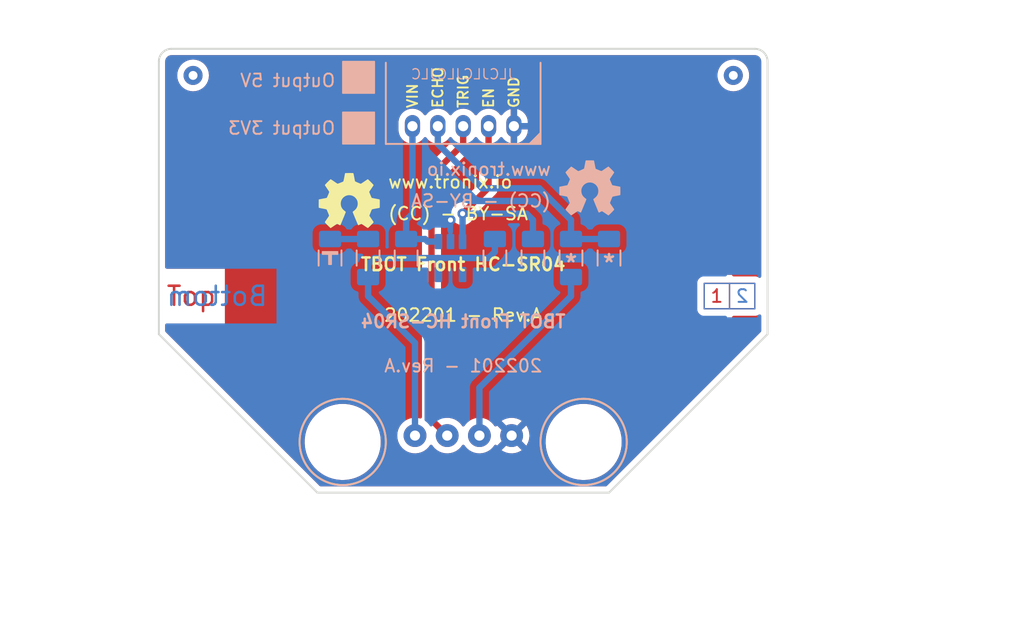
<source format=kicad_pcb>
(kicad_pcb (version 20211014) (generator pcbnew)
  (title_block (title "TBOT - Front HC-SR04") (date "01/2022") (rev "A"))
  (layers (0 "F.Cu" signal) (31 "B.Cu" signal) (34 "B.Paste" user) (35 "F.Paste" user) (36 "B.SilkS" user "B.Silkscreen") (37 "F.SilkS" user "F.Silkscreen") (38 "B.Mask" user) (39 "F.Mask" user) (44 "Edge.Cuts" user))
  (net 0 "")
  (net 1 "GND")
  (net 2 "VCC")
  (net 3 "HC_ECHO")
  (net 4 "VIN")
  (net 5 "Net-(LED1-Pad2)")
  (net 6 "MCU_ECHO")
  (net 7 "MCU_ENABLE")
  (net 8 "MCU_TRIGGER")
  (footprint "tronixio:OSHW-5MM" (layer "F.Cu") (at 115 77)
    (fp_text reference "GT" hide)
    (fp_text value "LOGO" hide)
    (fp_poly (pts (xy 0.112503 -2.205305) (xy 0.188585 -2.204991) (xy 0.245175 -2.204139) (xy 0.285349 -2.202485) (xy 0.312183 -2.19976) (xy 0.328754 -2.195697) (xy 0.338137 -2.190029) (xy 0.343407 -2.182489) (xy 0.346067 -2.176502) (xy 0.351819 -2.155872) (xy 0.361219 -2.114019) (xy 0.373445 -2.054971) (xy 0.387673 -1.982754) (xy 0.403082 -1.901397) (xy 0.410766 -1.859685) (xy 0.426304 -1.776128) (xy 0.440921 -1.700487) (xy 0.453831 -1.636607) (xy 0.464245 -1.58833) (xy 0.471376 -1.559501) (xy 0.473495 -1.553524) (xy 0.487624 -1.543829) (xy 0.520987 -1.52669) (xy 0.568967 -1.504087) (xy 0.626948 -1.477998) (xy 0.690314 -1.450405) (xy 0.754449 -1.423285) (xy 0.814737 -1.398618) (xy 0.866561 -1.378383) (xy 0.905305 -1.36456) (xy 0.926354 -1.359128) (xy 0.92691 -1.359112) (xy 0.941518 -1.366107) (xy 0.97411 -1.385773) (xy 1.021624 -1.416127) (xy 1.080997 -1.455189) (xy 1.149167 -1.500978) (xy 1.204337 -1.538617) (xy 1.276991 -1.58813) (xy 1.343025 -1.632413) (xy 1.399403 -1.669487) (xy 1.443088 -1.697374) (xy 1.471043 -1.714097) (xy 1.47988 -1.718122) (xy 1.493641 -1.709282) (xy 1.521915 -1.684807) (xy 1.561669 -1.647768) (xy 1.609873 -1.601234) (xy 1.663495 -1.548276) (xy 1.719505 -1.491962) (xy 1.774871 -1.435363) (xy 1.826562 -1.381549) (xy 1.871548 -1.33359) (xy 1.906797 -1.294555) (xy 1.929278 -1.267514) (xy 1.936093 -1.256075) (xy 1.930212 -1.239792) (xy 1.912193 -1.207543) (xy 1.881475 -1.158462) (xy 1.837495 -1.091686) (xy 1.779689 -1.00635) (xy 1.707495 -0.901591) (xy 1.671879 -0.850344) (xy 1.638824 -0.80126) (xy 1.612148 -0.758563) (xy 1.594893 -0.727324) (xy 1.589904 -0.713655) (xy 1.594754 -0.697334) (xy 1.608013 -0.662128) (xy 1.62775 -0.612617) (xy 1.652031 -0.55338) (xy 1.678922 -0.488996) (xy 1.706491 -0.424047) (xy 1.732803 -0.363111) (xy 1.755927 -0.310768) (xy 1.773928 -0.271598) (xy 1.784874 -0.25018) (xy 1.786526 -0.247868) (xy 1.800495 -0.243726) (xy 1.836105 -0.235699) (xy 1.889773 -0.224522) (xy 1.957915 -0.210929) (xy 2.036948 -0.195656) (xy 2.090365 -0.185568) (xy 2.175183 -0.169544) (xy 2.252099 -0.15474) (xy 2.317349 -0.141901) (xy 2.367173 -0.131773) (xy 2.397809 -0.125104) (xy 2.405431 -0.123066) (xy 2.411063 -0.116814) (xy 2.415426 -0.101095) (xy 2.418668 -0.073197) (xy 2.420933 -0.030409) (xy 2.422366 0.02998) (xy 2.423114 0.110684) (xy 2.423321 0.210293) (xy 2.423202 0.310587) (xy 2.422711 0.388201) (xy 2.421649 0.446096) (xy 2.419816 0.487237) (xy 2.417013 0.514584) (xy 2.41304 0.531101) (xy 2.407697 0.53975) (xy 2.400883 0.543466) (xy 2.378661 0.548625) (xy 2.338314 0.556746) (xy 2.286985 0.566415) (xy 2.263049 0.570744) (xy 2.127407 0.595376) (xy 2.016332 0.616479) (xy 1.929018 0.634225) (xy 1.864656 0.64879) (xy 1.82244 0.660347) (xy 1.801562 0.66907) (xy 1.79987 0.670496) (xy 1.791465 0.686078) (xy 1.775685 0.720992) (xy 1.754362 0.770707) (xy 1.729327 0.830694) (xy 1.702414 0.896422) (xy 1.675454 0.96336) (xy 1.650281 1.026979) (xy 1.628726 1.082748) (xy 1.612622 1.126137) (xy 1.603801 1.152615) (xy 1.602692 1.157988) (xy 1.610028 1.172767) (xy 1.63143 1.207108) (xy 1.666036 1.259722) (xy 1.712983 1.329322) (xy 1.771408 1.414621) (xy 1.840447 1.51433) (xy 1.867654 1.553391) (xy 1.897811 1.599113) (xy 1.921185 1.639288) (xy 1.934376 1.667841) (xy 1.936093 1.675677) (xy 1.927103 1.692014) (xy 1.901418 1.723855) (xy 1.860965 1.769075) (xy 1.807672 1.82555) (xy 1.743466 1.891154) (xy 1.71296 1.921664) (xy 1.643302 1.990709) (xy 1.589314 2.043494) (xy 1.548612 2.081971) (xy 1.518813 2.108091) (xy 1.497532 2.123805) (xy 1.482386 2.131066) (xy 1.470991 2.131825) (xy 1.460964 2.128033) (xy 1.460917 2.128008) (xy 1.441892 2.116253) (xy 1.405419 2.09234) (xy 1.355138 2.058707) (xy 1.294686 2.017792) (xy 1.227702 1.972033) (xy 1.210483 1.960205) (xy 1.143557 1.914694) (xy 1.083189 1.874607) (xy 1.032748 1.842104) (xy 0.995605 1.819344) (xy 0.975129 1.808488) (xy 0.972784 1.807875) (xy 0.955044 1.813477) (xy 0.920428 1.82855) (xy 0.874685 1.850498) (xy 0.843591 1.866246) (xy 0.794692 1.890329) (xy 0.754091 1.908142) (xy 0.727189 1.917434) (xy 0.719661 1.917874) (xy 0.71184 1.904564) (xy 0.695873 1.87093) (xy 0.673276 1.820398) (xy 0.645566 1.756397) (xy 0.614262 1.682354) (xy 0.595951 1.638326) (xy 0.555205 1.539832) (xy 0.509885 1.430374) (xy 0.463588 1.318629) (xy 0.419909 1.213275) (xy 0.382617 1.123407) (xy 0.352192 1.049365) (xy 0.325466 0.982847) (xy 0.303922 0.927668) (xy 0.289044 0.887646) (xy 0.282318 0.866596) (xy 0.28208 0.86489) (xy 0.291868 0.850064) (xy 0.317767 0.825757) (xy 0.354572 0.796754) (xy 0.362216 0.791216) (xy 0.47362 0.699405) (xy 0.560778 0.600114) (xy 0.624272 0.492284) (xy 0.664684 0.374854) (xy 0.682594 0.246763) (xy 0.683668 0.205149) (xy 0.672966 0.079705) (xy 0.639876 -0.035509) (xy 0.583362 -0.143051) (xy 0.502387 -0.245478) (xy 0.500128 -0.247901) (xy 0.404266 -0.332655) (xy 0.297367 -0.395917) (xy 0.182586 -0.437559) (xy 0.063074 -0.45745) (xy -0.058015 -0.455461) (xy -0.177529 -0.431461) (xy -0.292317 -0.38532) (xy -0.399224 -0.316909) (xy -0.435557 -0.286461) (xy -0.524789 -0.19034) (xy -0.590858 -0.083248) (xy -0.63358 0.034398) (xy -0.65277 0.162186) (xy -0.653912 0.203806) (xy -0.64477 0.331905) (xy -0.616397 0.446756) (xy -0.567372 0.551025) (xy -0.496276 0.647379) (xy -0.401689 0.738486) (xy -0.345898 0.782346) (xy -0.305473 0.814275) (xy -0.274554 0.84243) (xy -0.257973 0.862253) (xy -0.256436 0.866724) (xy -0.261189 0.882472) (xy -0.274692 0.919019) (xy -0.295811 0.973504) (xy -0.323413 1.043065) (xy -0.356365 1.124837) (xy -0.393532 1.21596) (xy -0.424781 1.291835) (xy -0.466473 1.392714) (xy -0.506757 1.490316) (xy -0.54414 1.581016) (xy -0.57713 1.661187) (xy -0.604234 1.727202) (xy -0.623959 1.775436) (xy -0.631922 1.795053) (xy -0.656173 1.85428) (xy -0.675445 1.89208) (xy -0.695005 1.910535) (xy -0.720119 1.911726) (xy -0.756055 1.897735) (xy -0.80808 1.870643) (xy -0.814523 1.867212) (xy -0.863833 1.841835) (xy -0.905672 1.821875) (xy -0.934272 1.810004) (xy -0.942679 1.807875) (xy -0.957624 1.814831) (xy -0.990452 1.834339) (xy -1.037961 1.864353) (xy -1.096948 1.902829) (xy -1.164211 1.947723) (xy -1.20379 1.974558) (xy -1.273782 2.022017) (xy -1.336742 2.064219) (xy -1.389581 2.099132) (xy -1.429212 2.124728) (xy -1.452547 2.138976) (xy -1.457362 2.141242) (xy -1.468597 2.132572) (xy -1.495354 2.108206) (xy -1.53505 2.070611) (xy -1.585104 2.022252) (xy -1.642932 1.965596) (xy -1.688443 1.920545) (xy -1.754363 1.854061) (xy -1.811428 1.794627) (xy -1.857492 1.744605) (xy -1.890411 1.706358) (xy -1.908038 1.682247) (xy -1.910449 1.676115) (xy -1.903342 1.656709) (xy -1.88402 1.621725) (xy -1.855484 1.576225) (xy -1.822794 1.528185) (xy -1.761853 1.44109) (xy -1.706889 1.361082) (xy -1.659529 1.29063) (xy -1.621397 1.232204) (xy -1.594118 1.188276) (xy -1.579316 1.161316) (xy -1.577082 1.154608) (xy -1.581837 1.136716) (xy -1.594857 1.099854) (xy -1.614275 1.048609) (xy -1.638222 0.987568) (xy -1.664831 0.921316) (xy -1.692235 0.854442) (xy -1.718566 0.791531) (xy -1.741957 0.737171) (xy -1.76054 0.695948) (xy -1.772447 0.672449) (xy -1.774702 0.66925) (xy -1.791569 0.66222) (xy -1.829891 0.651729) (xy -1.885847 0.638647) (xy -1.955617 0.623842) (xy -2.035381 0.608183) (xy -2.07828 0.60022) (xy -2.161621 0.584627) (xy -2.236906 0.569745) (xy -2.300315 0.556391) (xy -2.348033 0.545387) (xy -2.37624 0.537551) (xy -2.381867 0.535051) (xy -2.387099 0.524908) (xy -2.390991 0.502231) (xy -2.393638 0.46456) (xy -2.395134 0.409435) (xy -2.395573 0.334397) (xy -2.39505 0.236985) (xy -2.394689 0.200194) (xy -2.391267 -0.121807) (xy -2.282282 -0.143659) (xy -2.229898 -0.153965) (xy -2.160108 -0.167419) (xy -2.080727 -0.182526) (xy -1.999569 -0.197795) (xy -1.970053 -0.203298) (xy -1.900658 -0.216734) (xy -1.840162 -0.229455) (xy -1.793065 -0.240437) (xy -1.763866 -0.248652) (xy -1.756665 -0.251967) (xy -1.746988 -0.268752) (xy -1.729936 -0.304533) (xy -1.707477 -0.354612) (xy -1.681582 -0.414291) (xy -1.654218 -0.478872) (xy -1.627353 -0.543658) (xy -1.602957 -0.60395) (xy -1.582998 -0.65505) (xy -1.569445 -0.692261) (xy -1.564266 -0.710885) (xy -1.564261 -0.711124) (xy -1.571273 -0.727773) (xy -1.590937 -0.762151) (xy -1.621195 -0.810982) (xy -1.659988 -0.870991) (xy -1.705259 -0.938901) (xy -1.732615 -0.979077) (xy -1.780965 -1.050145) (xy -1.82446 -1.115201) (xy -1.860949 -1.170937) (xy -1.888284 -1.214046) (xy -1.904314 -1.24122) (xy -1.907531 -1.248169) (xy -1.904717 -1.261112) (xy -1.890381 -1.283286) (xy -1.863069 -1.316351) (xy -1.821325 -1.361969) (xy -1.763692 -1.421801) (xy -1.691232 -1.494988) (xy -1.628982 -1.55669) (xy -1.572135 -1.611849) (xy -1.523344 -1.657988) (xy -1.485263 -1.692627) (xy -1.460542 -1.713289) (xy -1.452414 -1.718122) (xy -1.437782 -1.711105) (xy -1.405251 -1.6914) (xy -1.357928 -1.661025) (xy -1.298923 -1.621998) (xy -1.231343 -1.576338) (xy -1.183018 -1.543181) (xy -1.111112 -1.493886) (xy -1.04544 -1.44951) (xy -0.989183 -1.41215) (xy -0.945519 -1.383901) (xy -0.917627 -1.36686) (xy -0.90944 -1.362781) (xy -0.891885 -1.365776) (xy -0.855505 -1.377082) (xy -0.805012 -1.394838) (xy -0.745121 -1.417183) (xy -0.680546 -1.442257) (xy -0.616001 -1.468199) (xy -0.5562 -1.493147) (xy -0.505857 -1.515243) (xy -0.469686 -1.532623) (xy -0.45278 -1.543038) (xy -0.446293 -1.559308) (xy -0.436108 -1.597206) (xy -0.423041 -1.653118) (xy -0.407909 -1.723429) (xy -0.391528 -1.804525) (xy -0.378917 -1.870225) (xy -0.362481 -1.956759) (xy -0.347254 -2.035011) (xy -0.333961 -2.101421) (xy -0.323321 -2.152432) (xy -0.316058 -2.184486) (xy -0.31324 -2.193976) (xy -0.299005 -2.197095) (xy -0.262664 -2.199887) (xy -0.207755 -2.20223) (xy -0.137813 -2.204) (xy -0.056376 -2.205075) (xy 0.013853 -2.205351)) (layer "F.SilkS") (width 0) (fill solid))
  )
  (footprint "tronixio:zzHC-SR04" (layer "F.Cu") (at 124 76)
    (fp_text reference "HC1")
    (fp_text value "HC-SR04")
    (pad "MP" thru_hole circle locked (at -21.3 -8.9) (size 1.5 1.5) (drill 0.7) (layers *.Cu *.Mask))
    (pad "MP" thru_hole circle locked (at 21.3 -8.9) (size 1.5 1.5) (drill 0.7) (layers *.Cu *.Mask))
  )
  (footprint "tronixio:zzSAMTEC-SSW-104-02-T-S-RA" (layer "F.Cu") (at 120.2 95.5)
    (fp_text reference "K1")
    (fp_text value "HC-SR04")
    (pad "1" thru_hole circle locked (at 0 0) (size 1.8 1.8) (drill 0.8) (layers *.Cu *.Mask) (net 2 "VCC"))
    (pad "2" thru_hole circle locked (at 2.54 0) (size 1.8 1.8) (drill 0.8) (layers *.Cu *.Mask) (net 8 "MCU_TRIGGER"))
    (pad "3" thru_hole circle locked (at 5.08 0) (size 1.8 1.8) (drill 0.8) (layers *.Cu *.Mask) (net 3 "HC_ECHO"))
    (pad "4" thru_hole circle locked (at 7.62 0) (size 1.8 1.8) (drill 0.8) (layers *.Cu *.Mask) (net 1 "GND"))
  )
  (footprint "tronixio:M3-MASK" (layer "B.Cu") (at 114.5 96 180)
    (fp_text reference "H2" hide)
    (fp_text value "MOUNTING-HOLE-MASK-3MM" hide)
    (fp_circle (center 0 0) (end 3.4 0) (layer "B.SilkS") (width 0.15) (fill none))
    (fp_circle (center 0 0) (end 3.4 0) (layer "F.SilkS") (width 0.15) (fill none))
    (pad "" np_thru_hole circle (at 0 0 180) (size 3 3) (drill 3) (layers F&B.Cu *.Mask) (clearance 1.5))
  )
  (footprint "tronixio:CAPACITOR-1206" (layer "B.Cu") (at 126.5 81.5 -90)
    (fp_text reference "C2")
    (fp_text value "1µ")
    (fp_line (start -0.6 0.9) (end 0.6 0.9) (layer "B.SilkS") (width 0.15))
    (fp_line (start -0.6 -0.9) (end 0.6 -0.9) (layer "B.SilkS") (width 0.15))
    (pad "1" smd roundrect (at -1.5 0 270) (size 1.3 1.75) (layers "B.Cu" "B.Paste" "B.Mask") (roundrect_rratio 0.15) (net 2 "VCC"))
    (pad "2" smd roundrect (at 1.5 0 270) (size 1.3 1.75) (layers "B.Cu" "B.Paste" "B.Mask") (roundrect_rratio 0.15) (net 1 "GND"))
  )
  (footprint "tronixio:LED-1206" (layer "B.Cu") (at 113.5 81.5 90)
    (fp_text reference "LED1")
    (fp_text value "Power")
    (fp_line (start -0.6 -0.9) (end 0.6 -0.9) (layer "B.SilkS") (width 0.15))
    (fp_line (start -0.6 0.9) (end 0.6 0.9) (layer "B.SilkS") (width 0.15))
    (fp_poly (pts (xy 0.5 -0.6) (xy 0.3 -0.6) (xy 0.3 -0.1) (xy -0.5 -0.1) (xy -0.5 0.1) (xy 0.3 0.1) (xy 0.3 0.6) (xy 0.5 0.6)) (layer "B.SilkS") (width 0.1) (fill solid))
    (pad "1" smd roundrect (at -1.5 0 90) (size 1.3 1.75) (layers "B.Cu" "B.Paste" "B.Mask") (roundrect_rratio 0.15) (net 1 "GND"))
    (pad "2" smd roundrect (at 1.5 0 90) (size 1.3 1.75) (layers "B.Cu" "B.Paste" "B.Mask") (roundrect_rratio 0.15) (net 5 "Net-(LED1-Pad2)"))
  )
  (footprint "tronixio:SOT-23-5" (layer "B.Cu") (at 123 81.5 -90)
    (fp_text reference "IC1")
    (fp_text value "MCP1755")
    (pad "1" smd roundrect locked (at -1.3 0.95 270) (size 1.2 0.6) (layers "B.Cu" "B.Paste" "B.Mask") (roundrect_rratio 0.15) (net 4 "VIN"))
    (pad "2" smd roundrect locked (at -1.3 0 270) (size 1.2 0.6) (layers "B.Cu" "B.Paste" "B.Mask") (roundrect_rratio 0.15) (net 1 "GND"))
    (pad "3" smd roundrect locked (at -1.3 -0.95 270) (size 1.2 0.6) (layers "B.Cu" "B.Paste" "B.Mask") (roundrect_rratio 0.15) (net 7 "MCU_ENABLE"))
    (pad "4" smd roundrect locked (at 1.3 -0.95 270) (size 1.2 0.6) (layers "B.Cu" "B.Paste" "B.Mask") (roundrect_rratio 0.15))
    (pad "5" smd roundrect locked (at 1.3 0.95 270) (size 1.2 0.6) (layers "B.Cu" "B.Paste" "B.Mask") (roundrect_rratio 0.15) (net 2 "VCC"))
  )
  (footprint "tronixio:RESISTOR-1206" (layer "B.Cu") (at 135.5 81.5 -90)
    (fp_text reference "R4")
    (fp_text value "NP")
    (fp_line (start -0.6 0.9) (end 0.6 0.9) (layer "B.SilkS") (width 0.15))
    (fp_line (start -0.6 -0.9) (end 0.6 -0.9) (layer "B.SilkS") (width 0.15))
    (pad "1" smd roundrect (at -1.5 0 270) (size 1.3 1.75) (layers "B.Cu" "B.Paste" "B.Mask") (roundrect_rratio 0.15) (net 6 "MCU_ECHO"))
    (pad "2" smd roundrect (at 1.5 0 270) (size 1.3 1.75) (layers "B.Cu" "B.Paste" "B.Mask") (roundrect_rratio 0.15) (net 1 "GND"))
  )
  (footprint "tronixio:CAPACITOR-1206" (layer "B.Cu") (at 119.5 81.5 -90)
    (fp_text reference "C1")
    (fp_text value "1µ")
    (fp_line (start -0.6 0.9) (end 0.6 0.9) (layer "B.SilkS") (width 0.15))
    (fp_line (start -0.6 -0.9) (end 0.6 -0.9) (layer "B.SilkS") (width 0.15))
    (pad "1" smd roundrect (at -1.5 0 270) (size 1.3 1.75) (layers "B.Cu" "B.Paste" "B.Mask") (roundrect_rratio 0.15) (net 4 "VIN"))
    (pad "2" smd roundrect (at 1.5 0 270) (size 1.3 1.75) (layers "B.Cu" "B.Paste" "B.Mask") (roundrect_rratio 0.15) (net 1 "GND"))
  )
  (footprint "tronixio:M3-MASK" (layer "B.Cu") (at 133.5 96 90)
    (fp_text reference "H1" hide)
    (fp_text value "MOUNTING-HOLE-MASK-3MM" hide)
    (fp_circle (center 0 0) (end 3.4 0) (layer "B.SilkS") (width 0.15) (fill none))
    (fp_circle (center 0 0) (end 3.4 0) (layer "F.SilkS") (width 0.15) (fill none))
    (pad "" np_thru_hole circle (at 0 0 90) (size 3 3) (drill 3) (layers F&B.Cu *.Mask) (clearance 1.5))
  )
  (footprint "tronixio:RESISTOR-1206" (layer "B.Cu") (at 129.5 81.5 -90)
    (fp_text reference "R1")
    (fp_text value "100K")
    (fp_line (start -0.6 0.9) (end 0.6 0.9) (layer "B.SilkS") (width 0.15))
    (fp_line (start -0.6 -0.9) (end 0.6 -0.9) (layer "B.SilkS") (width 0.15))
    (pad "1" smd roundrect (at -1.5 0 270) (size 1.3 1.75) (layers "B.Cu" "B.Paste" "B.Mask") (roundrect_rratio 0.15) (net 7 "MCU_ENABLE"))
    (pad "2" smd roundrect (at 1.5 0 270) (size 1.3 1.75) (layers "B.Cu" "B.Paste" "B.Mask") (roundrect_rratio 0.15) (net 1 "GND"))
  )
  (footprint "tronixio:RESISTOR-1206" (layer "B.Cu") (at 132.5 81.5 90)
    (fp_text reference "R3")
    (fp_text value "0Ω")
    (fp_line (start -0.6 0.9) (end 0.6 0.9) (layer "B.SilkS") (width 0.15))
    (fp_line (start -0.6 -0.9) (end 0.6 -0.9) (layer "B.SilkS") (width 0.15))
    (pad "1" smd roundrect (at -1.5 0 90) (size 1.3 1.75) (layers "B.Cu" "B.Paste" "B.Mask") (roundrect_rratio 0.15) (net 3 "HC_ECHO"))
    (pad "2" smd roundrect (at 1.5 0 90) (size 1.3 1.75) (layers "B.Cu" "B.Paste" "B.Mask") (roundrect_rratio 0.15) (net 6 "MCU_ECHO"))
  )
  (footprint "tronixio:RESISTOR-1206" (layer "B.Cu") (at 116.5 81.5 90)
    (fp_text reference "R2")
    (fp_text value "4K7")
    (fp_line (start -0.6 -0.9) (end 0.6 -0.9) (layer "B.SilkS") (width 0.15))
    (fp_line (start -0.6 0.9) (end 0.6 0.9) (layer "B.SilkS") (width 0.15))
    (pad "1" smd roundrect (at -1.5 0 90) (size 1.3 1.75) (layers "B.Cu" "B.Paste" "B.Mask") (roundrect_rratio 0.15) (net 2 "VCC"))
    (pad "2" smd roundrect (at 1.5 0 90) (size 1.3 1.75) (layers "B.Cu" "B.Paste" "B.Mask") (roundrect_rratio 0.15) (net 5 "Net-(LED1-Pad2)"))
  )
  (footprint "tronixio:MOLEX-532540570" (layer "B.Cu") (at 128 71.1 180)
    (fp_text reference "K2")
    (fp_text value "MCU")
    (fp_line (start 10.1 -1.4) (end 10.1 5) (layer "B.SilkS") (width 0.15))
    (fp_line (start -2.1 5) (end -2.1 -1.4) (layer "B.SilkS") (width 0.15))
    (fp_line (start -2.1 -1.4) (end 10.1 -1.4) (layer "B.SilkS") (width 0.15))
    (fp_poly (pts (xy -2.1 -0.5) (xy -1.2 -1.4) (xy -2.1 -1.4)) (layer "B.SilkS") (width 0.1) (fill solid))
    (pad "1" thru_hole oval locked (at 0 0 180) (size 1.2 1.75) (drill 0.8) (layers *.Cu *.Mask) (net 1 "GND"))
    (pad "2" thru_hole oval locked (at 2 0 180) (size 1.2 1.75) (drill 0.8) (layers *.Cu *.Mask) (net 7 "MCU_ENABLE"))
    (pad "3" thru_hole oval locked (at 4 0 180) (size 1.2 1.75) (drill 0.8) (layers *.Cu *.Mask) (net 8 "MCU_TRIGGER"))
    (pad "4" thru_hole oval locked (at 6 0 180) (size 1.2 1.75) (drill 0.8) (layers *.Cu *.Mask) (net 6 "MCU_ECHO"))
    (pad "5" thru_hole oval locked (at 8 0 180) (size 1.2 1.75) (drill 0.8) (layers *.Cu *.Mask) (net 4 "VIN"))
  )
  (footprint "tronixio:OSHW-5MM" (layer "B.Cu") (at 134 76 180)
    (fp_text reference "GB" hide)
    (fp_text value "LOGO" hide)
    (fp_poly (pts (xy 0.112503 2.205305) (xy 0.188585 2.204991) (xy 0.245175 2.204139) (xy 0.285349 2.202485) (xy 0.312183 2.19976) (xy 0.328754 2.195697) (xy 0.338137 2.190029) (xy 0.343407 2.182489) (xy 0.346067 2.176502) (xy 0.351819 2.155872) (xy 0.361219 2.114019) (xy 0.373445 2.054971) (xy 0.387673 1.982754) (xy 0.403082 1.901397) (xy 0.410766 1.859685) (xy 0.426304 1.776128) (xy 0.440921 1.700487) (xy 0.453831 1.636607) (xy 0.464245 1.58833) (xy 0.471376 1.559501) (xy 0.473495 1.553524) (xy 0.487624 1.543829) (xy 0.520987 1.52669) (xy 0.568967 1.504087) (xy 0.626948 1.477998) (xy 0.690314 1.450405) (xy 0.754449 1.423285) (xy 0.814737 1.398618) (xy 0.866561 1.378383) (xy 0.905305 1.36456) (xy 0.926354 1.359128) (xy 0.92691 1.359112) (xy 0.941518 1.366107) (xy 0.97411 1.385773) (xy 1.021624 1.416127) (xy 1.080997 1.455189) (xy 1.149167 1.500978) (xy 1.204337 1.538617) (xy 1.276991 1.58813) (xy 1.343025 1.632413) (xy 1.399403 1.669487) (xy 1.443088 1.697374) (xy 1.471043 1.714097) (xy 1.47988 1.718122) (xy 1.493641 1.709282) (xy 1.521915 1.684807) (xy 1.561669 1.647768) (xy 1.609873 1.601234) (xy 1.663495 1.548276) (xy 1.719505 1.491962) (xy 1.774871 1.435363) (xy 1.826562 1.381549) (xy 1.871548 1.33359) (xy 1.906797 1.294555) (xy 1.929278 1.267514) (xy 1.936093 1.256075) (xy 1.930212 1.239792) (xy 1.912193 1.207543) (xy 1.881475 1.158462) (xy 1.837495 1.091686) (xy 1.779689 1.00635) (xy 1.707495 0.901591) (xy 1.671879 0.850344) (xy 1.638824 0.80126) (xy 1.612148 0.758563) (xy 1.594893 0.727324) (xy 1.589904 0.713655) (xy 1.594754 0.697334) (xy 1.608013 0.662128) (xy 1.62775 0.612617) (xy 1.652031 0.55338) (xy 1.678922 0.488996) (xy 1.706491 0.424047) (xy 1.732803 0.363111) (xy 1.755927 0.310768) (xy 1.773928 0.271598) (xy 1.784874 0.25018) (xy 1.786526 0.247868) (xy 1.800495 0.243726) (xy 1.836105 0.235699) (xy 1.889773 0.224522) (xy 1.957915 0.210929) (xy 2.036948 0.195656) (xy 2.090365 0.185568) (xy 2.175183 0.169544) (xy 2.252099 0.15474) (xy 2.317349 0.141901) (xy 2.367173 0.131773) (xy 2.397809 0.125104) (xy 2.405431 0.123066) (xy 2.411063 0.116814) (xy 2.415426 0.101095) (xy 2.418668 0.073197) (xy 2.420933 0.030409) (xy 2.422366 -0.02998) (xy 2.423114 -0.110684) (xy 2.423321 -0.210293) (xy 2.423202 -0.310587) (xy 2.422711 -0.388201) (xy 2.421649 -0.446096) (xy 2.419816 -0.487237) (xy 2.417013 -0.514584) (xy 2.41304 -0.531101) (xy 2.407697 -0.53975) (xy 2.400883 -0.543466) (xy 2.378661 -0.548625) (xy 2.338314 -0.556746) (xy 2.286985 -0.566415) (xy 2.263049 -0.570744) (xy 2.127407 -0.595376) (xy 2.016332 -0.616479) (xy 1.929018 -0.634225) (xy 1.864656 -0.64879) (xy 1.82244 -0.660347) (xy 1.801562 -0.66907) (xy 1.79987 -0.670496) (xy 1.791465 -0.686078) (xy 1.775685 -0.720992) (xy 1.754362 -0.770707) (xy 1.729327 -0.830694) (xy 1.702414 -0.896422) (xy 1.675454 -0.96336) (xy 1.650281 -1.026979) (xy 1.628726 -1.082748) (xy 1.612622 -1.126137) (xy 1.603801 -1.152615) (xy 1.602692 -1.157988) (xy 1.610028 -1.172767) (xy 1.63143 -1.207108) (xy 1.666036 -1.259722) (xy 1.712983 -1.329322) (xy 1.771408 -1.414621) (xy 1.840447 -1.51433) (xy 1.867654 -1.553391) (xy 1.897811 -1.599113) (xy 1.921185 -1.639288) (xy 1.934376 -1.667841) (xy 1.936093 -1.675677) (xy 1.927103 -1.692014) (xy 1.901418 -1.723855) (xy 1.860965 -1.769075) (xy 1.807672 -1.82555) (xy 1.743466 -1.891154) (xy 1.71296 -1.921664) (xy 1.643302 -1.990709) (xy 1.589314 -2.043494) (xy 1.548612 -2.081971) (xy 1.518813 -2.108091) (xy 1.497532 -2.123805) (xy 1.482386 -2.131066) (xy 1.470991 -2.131825) (xy 1.460964 -2.128033) (xy 1.460917 -2.128008) (xy 1.441892 -2.116253) (xy 1.405419 -2.09234) (xy 1.355138 -2.058707) (xy 1.294686 -2.017792) (xy 1.227702 -1.972033) (xy 1.210483 -1.960205) (xy 1.143557 -1.914694) (xy 1.083189 -1.874607) (xy 1.032748 -1.842104) (xy 0.995605 -1.819344) (xy 0.975129 -1.808488) (xy 0.972784 -1.807875) (xy 0.955044 -1.813477) (xy 0.920428 -1.82855) (xy 0.874685 -1.850498) (xy 0.843591 -1.866246) (xy 0.794692 -1.890329) (xy 0.754091 -1.908142) (xy 0.727189 -1.917434) (xy 0.719661 -1.917874) (xy 0.71184 -1.904564) (xy 0.695873 -1.87093) (xy 0.673276 -1.820398) (xy 0.645566 -1.756397) (xy 0.614262 -1.682354) (xy 0.595951 -1.638326) (xy 0.555205 -1.539832) (xy 0.509885 -1.430374) (xy 0.463588 -1.318629) (xy 0.419909 -1.213275) (xy 0.382617 -1.123407) (xy 0.352192 -1.049365) (xy 0.325466 -0.982847) (xy 0.303922 -0.927668) (xy 0.289044 -0.887646) (xy 0.282318 -0.866596) (xy 0.28208 -0.86489) (xy 0.291868 -0.850064) (xy 0.317767 -0.825757) (xy 0.354572 -0.796754) (xy 0.362216 -0.791216) (xy 0.47362 -0.699405) (xy 0.560778 -0.600114) (xy 0.624272 -0.492284) (xy 0.664684 -0.374854) (xy 0.682594 -0.246763) (xy 0.683668 -0.205149) (xy 0.672966 -0.079705) (xy 0.639876 0.035509) (xy 0.583362 0.143051) (xy 0.502387 0.245478) (xy 0.500128 0.247901) (xy 0.404266 0.332655) (xy 0.297367 0.395917) (xy 0.182586 0.437559) (xy 0.063074 0.45745) (xy -0.058015 0.455461) (xy -0.177529 0.431461) (xy -0.292317 0.38532) (xy -0.399224 0.316909) (xy -0.435557 0.286461) (xy -0.524789 0.19034) (xy -0.590858 0.083248) (xy -0.63358 -0.034398) (xy -0.65277 -0.162186) (xy -0.653912 -0.203806) (xy -0.64477 -0.331905) (xy -0.616397 -0.446756) (xy -0.567372 -0.551025) (xy -0.496276 -0.647379) (xy -0.401689 -0.738486) (xy -0.345898 -0.782346) (xy -0.305473 -0.814275) (xy -0.274554 -0.84243) (xy -0.257973 -0.862253) (xy -0.256436 -0.866724) (xy -0.261189 -0.882472) (xy -0.274692 -0.919019) (xy -0.295811 -0.973504) (xy -0.323413 -1.043065) (xy -0.356365 -1.124837) (xy -0.393532 -1.21596) (xy -0.424781 -1.291835) (xy -0.466473 -1.392714) (xy -0.506757 -1.490316) (xy -0.54414 -1.581016) (xy -0.57713 -1.661187) (xy -0.604234 -1.727202) (xy -0.623959 -1.775436) (xy -0.631922 -1.795053) (xy -0.656173 -1.85428) (xy -0.675445 -1.89208) (xy -0.695005 -1.910535) (xy -0.720119 -1.911726) (xy -0.756055 -1.897735) (xy -0.80808 -1.870643) (xy -0.814523 -1.867212) (xy -0.863833 -1.841835) (xy -0.905672 -1.821875) (xy -0.934272 -1.810004) (xy -0.942679 -1.807875) (xy -0.957624 -1.814831) (xy -0.990452 -1.834339) (xy -1.037961 -1.864353) (xy -1.096948 -1.902829) (xy -1.164211 -1.947723) (xy -1.20379 -1.974558) (xy -1.273782 -2.022017) (xy -1.336742 -2.064219) (xy -1.389581 -2.099132) (xy -1.429212 -2.124728) (xy -1.452547 -2.138976) (xy -1.457362 -2.141242) (xy -1.468597 -2.132572) (xy -1.495354 -2.108206) (xy -1.53505 -2.070611) (xy -1.585104 -2.022252) (xy -1.642932 -1.965596) (xy -1.688443 -1.920545) (xy -1.754363 -1.854061) (xy -1.811428 -1.794627) (xy -1.857492 -1.744605) (xy -1.890411 -1.706358) (xy -1.908038 -1.682247) (xy -1.910449 -1.676115) (xy -1.903342 -1.656709) (xy -1.88402 -1.621725) (xy -1.855484 -1.576225) (xy -1.822794 -1.528185) (xy -1.761853 -1.44109) (xy -1.706889 -1.361082) (xy -1.659529 -1.29063) (xy -1.621397 -1.232204) (xy -1.594118 -1.188276) (xy -1.579316 -1.161316) (xy -1.577082 -1.154608) (xy -1.581837 -1.136716) (xy -1.594857 -1.099854) (xy -1.614275 -1.048609) (xy -1.638222 -0.987568) (xy -1.664831 -0.921316) (xy -1.692235 -0.854442) (xy -1.718566 -0.791531) (xy -1.741957 -0.737171) (xy -1.76054 -0.695948) (xy -1.772447 -0.672449) (xy -1.774702 -0.66925) (xy -1.791569 -0.66222) (xy -1.829891 -0.651729) (xy -1.885847 -0.638647) (xy -1.955617 -0.623842) (xy -2.035381 -0.608183) (xy -2.07828 -0.60022) (xy -2.161621 -0.584627) (xy -2.236906 -0.569745) (xy -2.300315 -0.556391) (xy -2.348033 -0.545387) (xy -2.37624 -0.537551) (xy -2.381867 -0.535051) (xy -2.387099 -0.524908) (xy -2.390991 -0.502231) (xy -2.393638 -0.46456) (xy -2.395134 -0.409435) (xy -2.395573 -0.334397) (xy -2.39505 -0.236985) (xy -2.394689 -0.200194) (xy -2.391267 0.121807) (xy -2.282282 0.143659) (xy -2.229898 0.153965) (xy -2.160108 0.167419) (xy -2.080727 0.182526) (xy -1.999569 0.197795) (xy -1.970053 0.203298) (xy -1.900658 0.216734) (xy -1.840162 0.229455) (xy -1.793065 0.240437) (xy -1.763866 0.248652) (xy -1.756665 0.251967) (xy -1.746988 0.268752) (xy -1.729936 0.304533) (xy -1.707477 0.354612) (xy -1.681582 0.414291) (xy -1.654218 0.478872) (xy -1.627353 0.543658) (xy -1.602957 0.60395) (xy -1.582998 0.65505) (xy -1.569445 0.692261) (xy -1.564266 0.710885) (xy -1.564261 0.711124) (xy -1.571273 0.727773) (xy -1.590937 0.762151) (xy -1.621195 0.810982) (xy -1.659988 0.870991) (xy -1.705259 0.938901) (xy -1.732615 0.979077) (xy -1.780965 1.050145) (xy -1.82446 1.115201) (xy -1.860949 1.170937) (xy -1.888284 1.214046) (xy -1.904314 1.24122) (xy -1.907531 1.248169) (xy -1.904717 1.261112) (xy -1.890381 1.283286) (xy -1.863069 1.316351) (xy -1.821325 1.361969) (xy -1.763692 1.421801) (xy -1.691232 1.494988) (xy -1.628982 1.55669) (xy -1.572135 1.611849) (xy -1.523344 1.657988) (xy -1.485263 1.692627) (xy -1.460542 1.713289) (xy -1.452414 1.718122) (xy -1.437782 1.711105) (xy -1.405251 1.6914) (xy -1.357928 1.661025) (xy -1.298923 1.621998) (xy -1.231343 1.576338) (xy -1.183018 1.543181) (xy -1.111112 1.493886) (xy -1.04544 1.44951) (xy -0.989183 1.41215) (xy -0.945519 1.383901) (xy -0.917627 1.36686) (xy -0.90944 1.362781) (xy -0.891885 1.365776) (xy -0.855505 1.377082) (xy -0.805012 1.394838) (xy -0.745121 1.417183) (xy -0.680546 1.442257) (xy -0.616001 1.468199) (xy -0.5562 1.493147) (xy -0.505857 1.515243) (xy -0.469686 1.532623) (xy -0.45278 1.543038) (xy -0.446293 1.559308) (xy -0.436108 1.597206) (xy -0.423041 1.653118) (xy -0.407909 1.723429) (xy -0.391528 1.804525) (xy -0.378917 1.870225) (xy -0.362481 1.956759) (xy -0.347254 2.035011) (xy -0.333961 2.101421) (xy -0.323321 2.152432) (xy -0.316058 2.184486) (xy -0.31324 2.193976) (xy -0.299005 2.197095) (xy -0.262664 2.199887) (xy -0.207755 2.20223) (xy -0.137813 2.204) (xy -0.056376 2.205075) (xy 0.013853 2.205351)) (layer "B.SilkS") (width 0) (fill solid))
  )
  (gr_rect (start 143 85.5) (end 147 83.5) (layer "F.Cu") (width 0.1) (fill none))
  (gr_line (start 145 85.5) (end 145 83.5) (layer "F.Cu") (width 0.1))
  (gr_line (start 145 85.5) (end 145 83.5) (layer "B.Cu") (width 0.1))
  (gr_rect (start 143 85.5) (end 147 83.5) (layer "B.Cu") (width 0.1) (fill none))
  (gr_rect (start 114.5 72.5) (end 117 70) (layer "B.SilkS") (width 0.1) (fill solid))
  (gr_rect (start 114.5 68.5) (end 117 66) (layer "B.SilkS") (width 0.1) (fill solid))
  (gr_line (start 112.5 100) (end 135.5 100) (layer "Edge.Cuts") (width 0.15))
  (gr_line (start 135.5 100) (end 148 87.5) (layer "Edge.Cuts") (width 0.15))
  (gr_line (start 147 65) (end 101 65) (layer "Edge.Cuts") (width 0.15))
  (gr_arc (start 100 66) (mid 100.292893 65.292893) (end 101 65) (layer "Edge.Cuts") (width 0.15))
  (gr_line (start 148 87.5) (end 148 66) (layer "Edge.Cuts") (width 0.15))
  (gr_line (start 100 87.5) (end 112.5 100) (layer "Edge.Cuts") (width 0.15))
  (gr_line (start 100 66) (end 100 87.5) (layer "Edge.Cuts") (width 0.15))
  (gr_arc (start 147 65) (mid 147.707107 65.292893) (end 148 66) (layer "Edge.Cuts") (width 0.15))
  (gr_text "Top" (at 100.5 84.5) (layer "F.Cu") (effects (font (size 1.5 1.5) (thickness 0.2)) (justify left)))
  (gr_text "1" (at 144 84.5) (layer "F.Cu") (effects (font (size 1 1))))
  (gr_text "2" (at 146 84.5) (layer "B.Cu") (effects (font (size 1 1)) (justify mirror)))
  (gr_text "Bottom" (at 100.5 84.5) (layer "B.Cu") (effects (font (size 1.5 1.5) (thickness 0.2)) (justify right mirror)))
  (gr_text "*" (at 135.5 81.9) (layer "B.SilkS") (effects (font (size 1.3 1.3) (thickness 0.2)) (justify mirror)))
  (gr_text "TBOT Front HC-SR04" (at 124 86.5) (layer "B.SilkS") (effects (font (size 1 1) (thickness 0.2)) (justify mirror)))
  (gr_text "JLCJLCJLCJLC" (at 124 67) (layer "B.SilkS") (effects (font (size 0.8 0.8) (thickness 0.1)) (justify mirror)))
  (gr_text "*" (at 132.5 81.9) (layer "B.SilkS") (effects (font (size 1.3 1.3) (thickness 0.2)) (justify mirror)))
  (gr_text "Output 3V3" (at 114 71.25) (layer "B.SilkS") (effects (font (size 1 1)) (justify left mirror)))
  (gr_text "202201 - Rev.A" (at 124 90) (layer "B.SilkS") (effects (font (size 1 1)) (justify mirror)))
  (gr_text "www.tronix.io" (at 131 74.5) (layer "B.SilkS") (effects (font (size 1 1)) (justify left mirror)))
  (gr_text "(CC) - BY-SA" (at 131 77) (layer "B.SilkS") (effects (font (size 1 1)) (justify left mirror)))
  (gr_text "Output 5V" (at 114 67.5) (layer "B.SilkS") (effects (font (size 1 1)) (justify left mirror)))
  (gr_text "VIN" (at 120 69.75 90) (layer "F.SilkS") (effects (font (size 0.8 0.8)) (justify left)))
  (gr_text "TRIG" (at 124 69.75 90) (layer "F.SilkS") (effects (font (size 0.8 0.8)) (justify left)))
  (gr_text "www.tronix.io" (at 118 75.5) (layer "F.SilkS") (effects (font (size 1 1)) (justify left)))
  (gr_text "202201 - Rev.A" (at 124 86) (layer "F.SilkS") (effects (font (size 1 1))))
  (gr_text "ECHO" (at 122 69.75 90) (layer "F.SilkS") (effects (font (size 0.8 0.8)) (justify left)))
  (gr_text "TBOT Front HC-SR04" (at 124 82) (layer "F.SilkS") (effects (font (size 1 1) (thickness 0.2))))
  (gr_text "GND" (at 128 69.75 90) (layer "F.SilkS") (effects (font (size 0.8 0.8)) (justify left)))
  (gr_text "(CC) - BY-SA" (at 118 78) (layer "F.SilkS") (effects (font (size 1 1)) (justify left)))
  (gr_text "EN" (at 126 69.75 90) (layer "F.SilkS") (effects (font (size 0.8 0.8)) (justify left)))
  (via (at 123 78.5) (size 0.8) (drill 0.4) (layers "F.Cu" "B.Cu") (net 1))
  (segment (start 126.5 81) (end 126.5 80) (width 0.5) (layer "B.Cu") (net 2))
  (segment (start 117 81.5) (end 122 81.5) (width 0.5) (layer "B.Cu") (net 2))
  (segment (start 117 81.5) (end 116.5 82) (width 0.5) (layer "B.Cu") (net 2))
  (segment (start 116.5 84.5) (end 116.5 83) (width 0.5) (layer "B.Cu") (net 2))
  (segment (start 120.2 88.2) (end 116.5 84.5) (width 0.5) (layer "B.Cu") (net 2))
  (segment (start 116.5 82) (end 116.5 83) (width 0.5) (layer "B.Cu") (net 2))
  (segment (start 122.05 82.8) (end 122.05 81.55) (width 0.5) (layer "B.Cu") (net 2))
  (segment (start 122 81.5) (end 126 81.5) (width 0.5) (layer "B.Cu") (net 2))
  (segment (start 122.05 81.55) (end 122 81.5) (width 0.4) (layer "B.Cu") (net 2))
  (segment (start 120.2 95.5) (end 120.2 88.2) (width 0.5) (layer "B.Cu") (net 2))
  (segment (start 126 81.5) (end 126.5 81) (width 0.5) (layer "B.Cu") (net 2))
  (segment (start 125.28 91.72) (end 132.5 84.5) (width 0.5) (layer "B.Cu") (net 3))
  (segment (start 125.28 95.5) (end 125.28 91.72) (width 0.5) (layer "B.Cu") (net 3))
  (segment (start 132.5 84.5) (end 132.5 83) (width 0.5) (layer "B.Cu") (net 3))
  (segment (start 120 78) (end 120 71.1) (width 0.5) (layer "B.Cu") (net 4))
  (segment (start 121.2 80.2) (end 121 80) (width 0.5) (layer "B.Cu") (net 4))
  (segment (start 121 80) (end 119.5 80) (width 0.5) (layer "B.Cu") (net 4))
  (segment (start 119.5 78.5) (end 120 78) (width 0.5) (layer "B.Cu") (net 4))
  (segment (start 122.05 80.2) (end 121.2 80.2) (width 0.5) (layer "B.Cu") (net 4))
  (segment (start 119.5 80) (end 119.5 78.5) (width 0.5) (layer "B.Cu") (net 4))
  (segment (start 113.5 80) (end 116.5 80) (width 0.5) (layer "B.Cu") (net 5))
  (segment (start 125.5 76) (end 122 72.5) (width 0.5) (layer "B.Cu") (net 6))
  (segment (start 130 76) (end 125.5 76) (width 0.5) (layer "B.Cu") (net 6))
  (segment (start 122 72.5) (end 122 71.1) (width 0.5) (layer "B.Cu") (net 6))
  (segment (start 135.5 80) (end 132.5 80) (width 0.5) (layer "B.Cu") (net 6))
  (segment (start 132.5 80) (end 132.5 78.5) (width 0.5) (layer "B.Cu") (net 6))
  (segment (start 132.5 78.5) (end 130 76) (width 0.5) (layer "B.Cu") (net 6))
  (segment (start 126 75.95) (end 126 71.1) (width 0.5) (layer "F.Cu") (net 7))
  (segment (start 123.95 78) (end 126 75.95) (width 0.5) (layer "F.Cu") (net 7))
  (via (at 123.95 78) (size 0.8) (drill 0.4) (layers "F.Cu" "B.Cu") (net 7))
  (segment (start 129.5 80) (end 129.5 78.5) (width 0.5) (layer "B.Cu") (net 7))
  (segment (start 129 78) (end 123.95 78) (width 0.5) (layer "B.Cu") (net 7))
  (segment (start 123.95 78.05) (end 124 78) (width 0.5) (layer "B.Cu") (net 7))
  (segment (start 129.5 78.5) (end 129 78) (width 0.5) (layer "B.Cu") (net 7))
  (segment (start 123.95 80.2) (end 123.95 78.05) (width 0.5) (layer "B.Cu") (net 7))
  (segment (start 121.5 75) (end 124 72.5) (width 0.5) (layer "F.Cu") (net 8))
  (segment (start 121.5 94.26) (end 121.5 75) (width 0.5) (layer "F.Cu") (net 8))
  (segment (start 122.74 95.5) (end 121.5 94.26) (width 0.5) (layer "F.Cu") (net 8))
  (segment (start 124 72.5) (end 124 71.1) (width 0.5) (layer "F.Cu") (net 8))
  (zone (net 1) (net_name "GND") (layers F&B.Cu) (connect_pads (clearance 0.5)) (min_thickness 0.25) (fill yes (thermal_gap 0.5) (thermal_bridge_width 0.5))
    (polygon (pts (xy 148 100) (xy 100 100) (xy 100 65) (xy 148 65)))
  )
)
</source>
